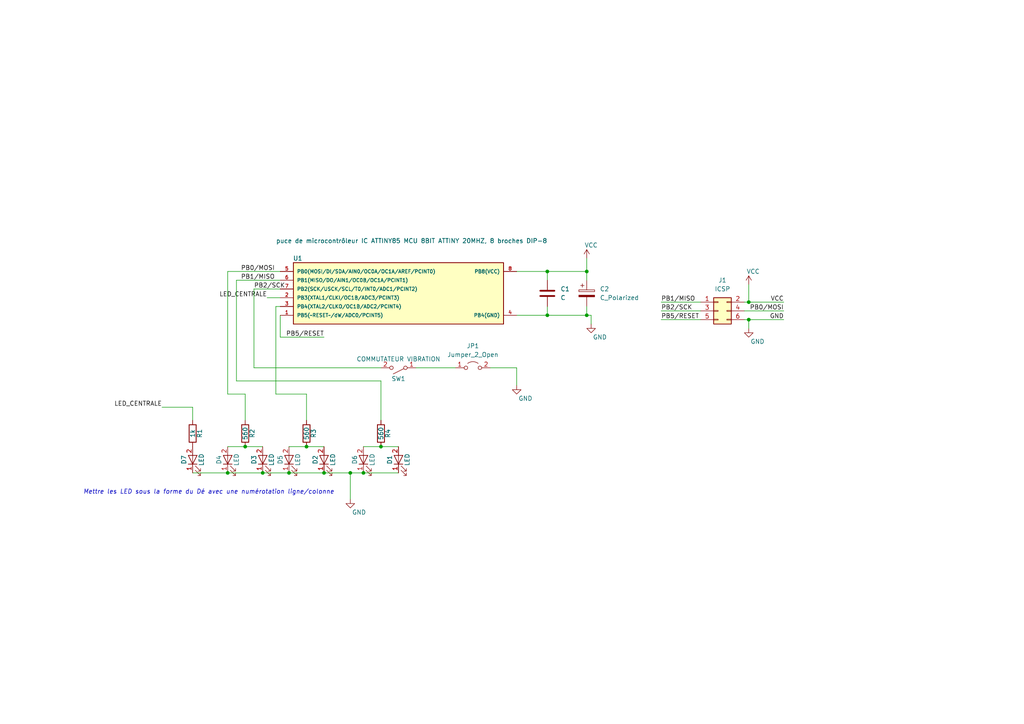
<source format=kicad_sch>
(kicad_sch (version 20210621) (generator eeschema)
  (paper "A4")
  (title_block (title "De-electronique") (date "2021-07-26") (rev "1.0"))
  (lib_symbols
    (symbol "Connector_Generic:Conn_02x03_Odd_Even" (pin_names (offset 1.016) hide)
      (property "Reference" "J" (at 1.27 5.08 0))
      (property "Value" "Conn_02x03_Odd_Even" (at 1.27 -5.08 0))
      (symbol "Conn_02x03_Odd_Even_1_1"
        (rectangle (start -1.27 -2.413) (end 0 -2.667) (stroke (width 0.1524)))
        (rectangle (start -1.27 0.127) (end 0 -0.127) (stroke (width 0.1524)))
        (rectangle (start -1.27 2.667) (end 0 2.413) (stroke (width 0.1524)))
        (rectangle (start 3.81 -2.413) (end 2.54 -2.667) (stroke (width 0.1524)))
        (rectangle (start 3.81 0.127) (end 2.54 -0.127) (stroke (width 0.1524)))
        (rectangle (start 3.81 2.667) (end 2.54 2.413) (stroke (width 0.1524)))
        (rectangle (start -1.27 3.81) (end 3.81 -3.81) (stroke (width 0.254)) (fill (type background)))
        (pin passive line (at -5.08 2.54 0) (length 3.81) (name "Pin_1") (number "1"))
        (pin passive line (at 7.62 2.54 180) (length 3.81) (name "Pin_2") (number "2"))
        (pin passive line (at -5.08 0 0) (length 3.81) (name "Pin_3") (number "3"))
        (pin passive line (at 7.62 0 180) (length 3.81) (name "Pin_4") (number "4"))
        (pin passive line (at -5.08 -2.54 0) (length 3.81) (name "Pin_5") (number "5"))
        (pin passive line (at 7.62 -2.54 180) (length 3.81) (name "Pin_6") (number "6"))
      )
    )
    (symbol "Device:C" (pin_numbers hide) (pin_names (offset 0.254))
      (property "Reference" "C" (at 0.635 2.54 0))
      (property "Value" "C" (at 0.635 -2.54 0))
      (symbol "C_0_1"
        (polyline (pts (xy -2.032 -0.762) (xy 2.032 -0.762)) (stroke (width 0.508)))
        (polyline (pts (xy -2.032 0.762) (xy 2.032 0.762)) (stroke (width 0.508)))
      )
      (symbol "C_1_1"
        (pin passive line (at 0 3.81 270) (length 2.794) (name "~") (number "1"))
        (pin passive line (at 0 -3.81 90) (length 2.794) (name "~") (number "2"))
      )
    )
    (symbol "Device:C_Polarized" (pin_numbers hide) (pin_names (offset 0.254))
      (property "Reference" "C" (at 0.635 2.54 0))
      (property "Value" "C_Polarized" (at 0.635 -2.54 0))
      (symbol "C_Polarized_0_1"
        (rectangle (start -2.286 0.508) (end 2.286 1.016))
        (rectangle (start 2.286 -0.508) (end -2.286 -1.016) (fill (type outline)))
        (polyline (pts (xy -1.778 2.286) (xy -0.762 2.286)))
        (polyline (pts (xy -1.27 2.794) (xy -1.27 1.778)))
      )
      (symbol "C_Polarized_1_1"
        (pin passive line (at 0 3.81 270) (length 2.794) (name "~") (number "1"))
        (pin passive line (at 0 -3.81 90) (length 2.794) (name "~") (number "2"))
      )
    )
    (symbol "Jumper:Jumper_2_Open" (pin_names (offset 0) hide)
      (property "Reference" "JP" (at 0 2.794 0))
      (property "Value" "Jumper_2_Open" (at 0 -2.286 0))
      (symbol "Jumper_2_Open_0_0"
        (circle (center -2.032 0) (radius 0.508))
        (circle (center 2.032 0) (radius 0.508))
      )
      (symbol "Jumper_2_Open_0_1"
        (arc (start -1.524 1.27) (end 1.524 1.27) (radius (at 0 -0.762) (length 2.54) (angles 126.9 53.1)))
      )
      (symbol "Jumper_2_Open_1_1"
        (pin passive line (at -5.08 0 0) (length 2.54) (name "A") (number "1"))
        (pin passive line (at 5.08 0 180) (length 2.54) (name "B") (number "2"))
      )
    )
    (symbol "kicad_dÚ-rescue:ATTINY85-20PU" (pin_names (offset 1.016))
      (property "Reference" "U1" (at -29.21 10.16 0))
      (property "Value" "puce de microcontrôleur IC ATTINY85 MCU 8BIT ATTINY 20MHZ, 8 broches DIP-8" (at 3.81 15.24 0))
      (symbol "ATTINY85-20PU_0_1"
        (rectangle (start -30.48 8.89) (end 30.48 -8.89) (stroke (width 0.254)) (fill (type background)))
      )
      (symbol "ATTINY85-20PU_1_1"
        (pin bidirectional line (at -34.29 -6.35 0) (length 3.81) (name "PB5(~RESET~/dW/ADC0/PCINT5)") (number "1"))
        (pin bidirectional line (at -34.29 -1.27 0) (length 3.81) (name "PB3(XTAL1/CLKI/OC1B/ADC3/PCINT3)") (number "2"))
        (pin bidirectional line (at -34.29 -3.81 0) (length 3.81) (name "PB4(XTAL2/CLKO/OC1B/ADC2/PCINT4)") (number "3"))
        (pin power_in line (at 34.29 -6.35 180) (length 3.81) (name "PB4(GND)") (number "4"))
        (pin bidirectional line (at -34.29 6.35 0) (length 3.81) (name "PB0(MOSI/DI/SDA/AIN0/OC0A/OC1A/AREF/PCINT0)") (number "5"))
        (pin bidirectional line (at -34.29 3.81 0) (length 3.81) (name "PB1(MISO/DO/AIN1/OC0B/OC1A/PCINT1)") (number "6"))
        (pin bidirectional line (at -34.29 1.27 0) (length 3.81) (name "PB2(SCK/USCK/SCL/T0/INT0/ADC1/PCINT2)") (number "7"))
        (pin power_in line (at 34.29 6.35 180) (length 3.81) (name "PB8(VCC)") (number "8"))
      )
    )
    (symbol "kicad_dÚ-rescue:LED" (pin_names (offset 1.016) hide)
      (property "Reference" "D" (at 0 2.54 0))
      (property "Value" "LED" (at 0 -2.54 0))
      (symbol "LED_0_1"
        (polyline (pts (xy -1.27 -1.27) (xy -1.27 1.27)) (stroke (width 0.2032)))
        (polyline (pts (xy -1.27 0) (xy 1.27 0)))
        (polyline (pts (xy 1.27 -1.27) (xy 1.27 1.27) (xy -1.27 0) (xy 1.27 -1.27)) (stroke (width 0.2032)))
        (polyline (pts (xy -3.048 -0.762) (xy -4.572 -2.286) (xy -3.81 -2.286) (xy -4.572 -2.286) (xy -4.572 -1.524)))
        (polyline (pts (xy -1.778 -0.762) (xy -3.302 -2.286) (xy -2.54 -2.286) (xy -3.302 -2.286) (xy -3.302 -1.524)))
      )
      (symbol "LED_1_1"
        (pin passive line (at -3.81 0 0) (length 2.54) (name "K") (number "1"))
        (pin passive line (at 3.81 0 180) (length 2.54) (name "A") (number "2"))
      )
    )
    (symbol "kicad_dÚ-rescue:R" (pin_numbers hide) (pin_names (offset 0))
      (property "Reference" "R" (at 2.032 0 90))
      (property "Value" "R" (at 0 0 90))
      (symbol "R_0_1"
        (rectangle (start -1.016 -2.54) (end 1.016 2.54) (stroke (width 0.254)))
      )
      (symbol "R_1_1"
        (pin passive line (at 0 3.81 270) (length 1.27) (name "~") (number "1"))
        (pin passive line (at 0 -3.81 90) (length 1.27) (name "~") (number "2"))
      )
    )
    (symbol "kicad_dÚ-rescue:SW_SPST" (pin_names (offset 0) hide)
      (property "Reference" "SW" (at 0 3.175 0))
      (property "Value" "SW_SPST" (at 0 -2.54 0))
      (symbol "SW_SPST_0_0"
        (circle (center -2.032 0) (radius 0.508))
        (circle (center 2.032 0) (radius 0.508))
        (polyline (pts (xy -1.524 0.254) (xy 1.524 1.778)))
      )
      (symbol "SW_SPST_1_1"
        (pin passive line (at -5.08 0 0) (length 2.54) (name "A") (number "1"))
        (pin passive line (at 5.08 0 180) (length 2.54) (name "B") (number "2"))
      )
    )
    (symbol "power:GND" (power) (pin_names (offset 0))
      (property "Value" "GND" (at 0 -3.81 0))
      (symbol "GND_0_1"
        (polyline (pts (xy 0 0) (xy 0 -1.27) (xy 1.27 -1.27) (xy 0 -2.54) (xy -1.27 -1.27) (xy 0 -1.27)))
      )
      (symbol "GND_1_1"
        (pin power_in line (at 0 0 270) (length 0) hide (name "GND") (number "1"))
      )
    )
    (symbol "power:VCC" (power) (pin_names (offset 0))
      (property "Value" "VCC" (at 0 3.81 0))
      (symbol "VCC_0_1"
        (polyline (pts (xy -0.762 1.27) (xy 0 2.54)))
        (polyline (pts (xy 0 0) (xy 0 2.54)))
        (polyline (pts (xy 0 2.54) (xy 0.762 1.27)))
      )
      (symbol "VCC_1_1"
        (pin power_in line (at 0 0 90) (length 0) hide (name "VCC") (number "1"))
      )
    )
  )
  (junction (at 66.04 137.16) (diameter 0.9144))
  (junction (at 71.12 129.54) (diameter 0.9144))
  (junction (at 76.2 137.16) (diameter 0.9144))
  (junction (at 83.82 137.16) (diameter 0.9144))
  (junction (at 88.9 129.54) (diameter 0.9144))
  (junction (at 93.98 137.16) (diameter 0.9144))
  (junction (at 101.6 137.16) (diameter 0.9144))
  (junction (at 105.41 137.16) (diameter 0.9144))
  (junction (at 110.49 129.54) (diameter 0.9144))
  (junction (at 158.75 78.74) (diameter 0.9144))
  (junction (at 158.75 91.44) (diameter 0.9144))
  (junction (at 170.18 78.74) (diameter 0.9144))
  (junction (at 170.18 91.44) (diameter 0.9144))
  (junction (at 217.17 87.63) (diameter 0.9144))
  (junction (at 217.17 92.71) (diameter 0.9144))
  (wire (pts (xy 46.99 118.11) (xy 55.88 118.11)))
  (wire (pts (xy 55.88 121.92) (xy 55.88 118.11)))
  (wire (pts (xy 55.88 137.16) (xy 66.04 137.16)))
  (wire (pts (xy 66.04 78.74) (xy 66.04 114.3)))
  (wire (pts (xy 66.04 78.74) (xy 81.28 78.74)))
  (wire (pts (xy 66.04 114.3) (xy 71.12 114.3)))
  (wire (pts (xy 66.04 129.54) (xy 71.12 129.54)))
  (wire (pts (xy 66.04 137.16) (xy 76.2 137.16)))
  (wire (pts (xy 68.58 81.28) (xy 68.58 110.49)))
  (wire (pts (xy 68.58 81.28) (xy 81.28 81.28)))
  (wire (pts (xy 68.58 110.49) (xy 110.49 110.49)))
  (wire (pts (xy 71.12 114.3) (xy 71.12 121.92)))
  (wire (pts (xy 71.12 129.54) (xy 76.2 129.54)))
  (wire (pts (xy 73.66 106.68) (xy 73.66 83.82)))
  (wire (pts (xy 76.2 137.16) (xy 83.82 137.16)))
  (wire (pts (xy 77.47 86.36) (xy 81.28 86.36)))
  (wire (pts (xy 80.01 88.9) (xy 80.01 114.3)))
  (wire (pts (xy 80.01 88.9) (xy 81.28 88.9)))
  (wire (pts (xy 80.01 114.3) (xy 88.9 114.3)))
  (wire (pts (xy 81.28 83.82) (xy 73.66 83.82)))
  (wire (pts (xy 81.28 91.44) (xy 81.28 97.79)))
  (wire (pts (xy 81.28 97.79) (xy 93.98 97.79)))
  (wire (pts (xy 83.82 129.54) (xy 88.9 129.54)))
  (wire (pts (xy 83.82 137.16) (xy 93.98 137.16)))
  (wire (pts (xy 88.9 114.3) (xy 88.9 121.92)))
  (wire (pts (xy 88.9 129.54) (xy 93.98 129.54)))
  (wire (pts (xy 93.98 137.16) (xy 101.6 137.16)))
  (wire (pts (xy 101.6 137.16) (xy 101.6 144.78)))
  (wire (pts (xy 101.6 137.16) (xy 105.41 137.16)))
  (wire (pts (xy 105.41 129.54) (xy 110.49 129.54)))
  (wire (pts (xy 105.41 137.16) (xy 115.57 137.16)))
  (wire (pts (xy 110.49 106.68) (xy 73.66 106.68)))
  (wire (pts (xy 110.49 110.49) (xy 110.49 121.92)))
  (wire (pts (xy 110.49 129.54) (xy 115.57 129.54)))
  (wire (pts (xy 120.65 106.68) (xy 132.08 106.68)))
  (wire (pts (xy 142.24 106.68) (xy 149.86 106.68)))
  (wire (pts (xy 149.86 91.44) (xy 158.75 91.44)))
  (wire (pts (xy 149.86 106.68) (xy 149.86 111.76)))
  (wire (pts (xy 158.75 78.74) (xy 149.86 78.74)))
  (wire (pts (xy 158.75 78.74) (xy 158.75 81.28)))
  (wire (pts (xy 158.75 88.9) (xy 158.75 91.44)))
  (wire (pts (xy 158.75 91.44) (xy 170.18 91.44)))
  (wire (pts (xy 170.18 74.93) (xy 170.18 78.74)))
  (wire (pts (xy 170.18 78.74) (xy 158.75 78.74)))
  (wire (pts (xy 170.18 78.74) (xy 170.18 81.28)))
  (wire (pts (xy 170.18 88.9) (xy 170.18 91.44)))
  (wire (pts (xy 170.18 91.44) (xy 171.45 91.44)))
  (wire (pts (xy 171.45 91.44) (xy 171.45 93.98)))
  (wire (pts (xy 191.77 87.63) (xy 203.2 87.63)))
  (wire (pts (xy 191.77 90.17) (xy 203.2 90.17)))
  (wire (pts (xy 191.77 92.71) (xy 203.2 92.71)))
  (wire (pts (xy 215.9 87.63) (xy 217.17 87.63)))
  (wire (pts (xy 215.9 90.17) (xy 227.33 90.17)))
  (wire (pts (xy 215.9 92.71) (xy 217.17 92.71)))
  (wire (pts (xy 217.17 82.55) (xy 217.17 87.63)))
  (wire (pts (xy 217.17 87.63) (xy 227.33 87.63)))
  (wire (pts (xy 217.17 92.71) (xy 217.17 95.25)))
  (wire (pts (xy 217.17 92.71) (xy 227.33 92.71)))
  (text "Mettre les LED sous la forme du Dé avec une numérotation ligne/colonne" (at 24.13 143.51 0) (effects (font (size 1.27 1.27) italic) (justify left bottom)))
  (label "LED_CENTRALE" (at 46.99 118.11 180))
  (label "PB0{slash}MOSI" (at 69.85 78.74 0))
  (label "PB1{slash}MISO" (at 69.85 81.28 0))
  (label "PB2{slash}SCK" (at 73.66 83.82 0))
  (label "LED_CENTRALE" (at 77.47 86.36 180))
  (label "PB5{slash}RESET" (at 93.98 97.79 180))
  (label "PB1{slash}MISO" (at 191.77 87.63 0))
  (label "PB2{slash}SCK" (at 191.77 90.17 0))
  (label "PB5{slash}RESET" (at 191.77 92.71 0))
  (label "VCC" (at 227.33 87.63 180))
  (label "PB0{slash}MOSI" (at 227.33 90.17 180))
  (label "GND" (at 227.33 92.71 180))
  (symbol (lib_id "power:VCC") (at 170.18 74.93 0) (unit 1)
    (property "Reference" "#PWR05" (effects hide))
    (property "Value" "VCC" (at 171.45 71.12 0))
  )
  (symbol (lib_id "power:VCC") (at 217.17 82.55 0) (unit 1)
    (property "Reference" "#PWR01" (effects hide))
    (property "Value" "VCC" (at 218.44 78.74 0))
  )
  (symbol (lib_id "power:GND") (at 101.6 144.78 0) (unit 1)
    (property "Reference" "#PWR03" (effects hide))
    (property "Value" "GND" (at 104.14 148.59 0))
  )
  (symbol (lib_id "power:GND") (at 149.86 111.76 0) (unit 1)
    (property "Reference" "#PWR04" (effects hide))
    (property "Value" "GND" (at 152.4 115.57 0))
  )
  (symbol (lib_id "power:GND") (at 171.45 93.98 0) (unit 1)
    (property "Reference" "#PWR06" (effects hide))
    (property "Value" "GND" (at 173.99 97.79 0))
  )
  (symbol (lib_id "power:GND") (at 217.17 95.25 0) (unit 1)
    (property "Reference" "#PWR02" (effects hide))
    (property "Value" "GND" (at 219.71 99.06 0))
  )
  (symbol (lib_id "kicad_dÚ-rescue:R") (at 55.88 125.73 0) (unit 1)
    (property "Reference" "R1" (at 57.912 125.73 90))
    (property "Value" "1k" (at 55.88 125.73 90))
    (property "Footprint" "Resistors_SMD:R_0805_HandSoldering" (effects hide))
  )
  (symbol (lib_id "kicad_dÚ-rescue:R") (at 71.12 125.73 0) (unit 1)
    (property "Reference" "R2" (at 73.152 125.73 90))
    (property "Value" "560" (at 71.12 125.73 90))
    (property "Footprint" "Resistors_SMD:R_0805_HandSoldering" (effects hide))
  )
  (symbol (lib_id "kicad_dÚ-rescue:R") (at 88.9 125.73 0) (unit 1)
    (property "Reference" "R3" (at 90.932 125.73 90))
    (property "Value" "560" (at 88.9 125.73 90))
    (property "Footprint" "Resistors_SMD:R_0805_HandSoldering" (effects hide))
  )
  (symbol (lib_id "kicad_dÚ-rescue:R") (at 110.49 125.73 0) (unit 1)
    (property "Reference" "R4" (at 112.522 125.73 90))
    (property "Value" "560" (at 110.49 125.73 90))
    (property "Footprint" "Resistors_SMD:R_0805_HandSoldering" (effects hide))
  )
  (symbol (lib_id "kicad_dÚ-rescue:SW_SPST") (at 115.57 106.68 180) (unit 1)
    (property "Reference" "SW1" (at 115.57 109.855 0))
    (property "Value" "COMMUTATEUR VIBRATION" (at 115.57 104.14 0))
    (property "Footprint" "Capacitors_THT:CP_Radial_D5.0mm_P2.50mm" (effects hide))
  )
  (symbol (lib_id "Jumper:Jumper_2_Open") (at 137.16 106.68 0) (unit 1)
    (property "Reference" "JP1" (at 137.16 100.33 0))
    (property "Value" "Jumper_2_Open" (at 137.16 102.87 0))
  )
  (symbol (lib_id "kicad_dÚ-rescue:LED") (at 55.88 133.35 90) (unit 1)
    (property "Reference" "D7" (at 53.34 133.35 0))
    (property "Value" "LED" (at 58.42 133.35 0))
    (property "Footprint" "LEDs:LED_D5.0mm" (effects hide))
  )
  (symbol (lib_id "kicad_dÚ-rescue:LED") (at 66.04 133.35 90) (unit 1)
    (property "Reference" "D4" (at 63.5 133.35 0))
    (property "Value" "LED" (at 68.58 133.35 0))
    (property "Footprint" "LEDs:LED_D5.0mm" (effects hide))
  )
  (symbol (lib_id "kicad_dÚ-rescue:LED") (at 76.2 133.35 90) (unit 1)
    (property "Reference" "D3" (at 73.66 133.35 0))
    (property "Value" "LED" (at 78.74 133.35 0))
    (property "Footprint" "LEDs:LED_D5.0mm" (effects hide))
  )
  (symbol (lib_id "kicad_dÚ-rescue:LED") (at 83.82 133.35 90) (unit 1)
    (property "Reference" "D5" (at 81.28 133.35 0))
    (property "Value" "LED" (at 86.36 133.35 0))
    (property "Footprint" "LEDs:LED_D5.0mm" (effects hide))
  )
  (symbol (lib_id "kicad_dÚ-rescue:LED") (at 93.98 133.35 90) (unit 1)
    (property "Reference" "D2" (at 91.44 133.35 0))
    (property "Value" "LED" (at 96.52 133.35 0))
    (property "Footprint" "LEDs:LED_D5.0mm" (effects hide))
  )
  (symbol (lib_id "kicad_dÚ-rescue:LED") (at 105.41 133.35 90) (unit 1)
    (property "Reference" "D6" (at 102.87 133.35 0))
    (property "Value" "LED" (at 107.95 133.35 0))
    (property "Footprint" "LEDs:LED_D5.0mm" (effects hide))
  )
  (symbol (lib_id "kicad_dÚ-rescue:LED") (at 115.57 133.35 90) (unit 1)
    (property "Reference" "D1" (at 113.03 133.35 0))
    (property "Value" "LED" (at 118.11 133.35 0))
    (property "Footprint" "LEDs:LED_D5.0mm" (effects hide))
  )
  (symbol (lib_id "Device:C") (at 158.75 85.09 0) (unit 1)
    (property "Reference" "C1" (at 162.56 83.8199 0) (effects (justify left)))
    (property "Value" "C" (at 162.56 86.3599 0) (effects (justify left)))
  )
  (symbol (lib_id "Device:C_Polarized") (at 170.18 85.09 0) (unit 1)
    (property "Reference" "C2" (at 173.99 83.8199 0) (effects (justify left)))
    (property "Value" "C_Polarized" (at 173.99 86.3599 0) (effects (justify left)))
  )
  (symbol (lib_id "Connector_Generic:Conn_02x03_Odd_Even") (at 208.28 90.17 0) (unit 1)
    (property "Reference" "J1" (at 209.55 81.28 0))
    (property "Value" "ICSP" (at 209.55 83.82 0))
  )
  (symbol (lib_id "kicad_dÚ-rescue:ATTINY85-20PU") (at 115.57 85.09 0) (unit 1)
    (property "Reference" "U1" (at 86.36 74.93 0))
    (property "Value" "puce de microcontrôleur IC ATTINY85 MCU 8BIT ATTINY 20MHZ, 8 broches DIP-8" (at 119.38 69.85 0))
    (property "Footprint" "Housings_DIP:DIP-8_W7.62mm" (effects hide))
  )
)
</source>
